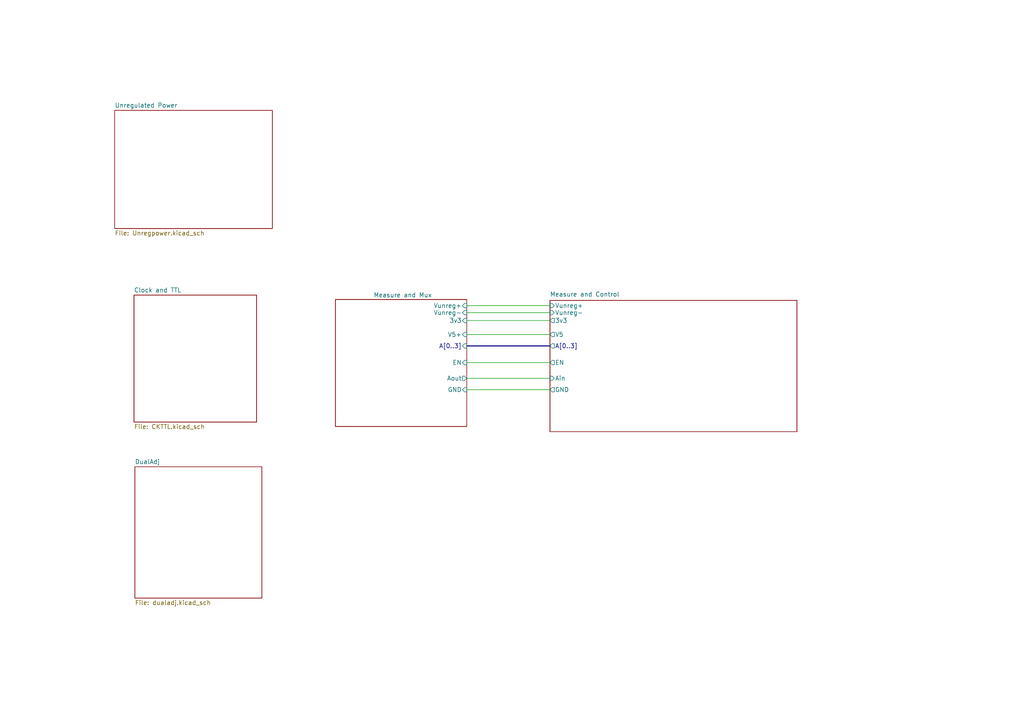
<source format=kicad_sch>
(kicad_sch (version 20211123) (generator eeschema)
  (paper "A4")
  (title_block (title "Mini Power Supply") (date "2022-09-24") (rev "1.2") (company "Beyond Lame"))
  (lib_symbols)
  (wire (pts (xy 135.382 105.156) (xy 159.512 105.156)))
  (wire (pts (xy 135.382 90.678) (xy 159.512 90.678)))
  (bus (pts (xy 135.382 100.33) (xy 159.512 100.33)))
  (wire (pts (xy 135.382 113.03) (xy 159.512 113.03)))
  (wire (pts (xy 135.382 92.964) (xy 159.512 92.964)))
  (wire (pts (xy 135.382 97.028) (xy 159.512 97.028)))
  (wire (pts (xy 135.382 88.646) (xy 159.512 88.646)))
  (wire (pts (xy 135.382 109.728) (xy 159.512 109.728)))
  (sheet (at 33.274 32.004) (size 45.72 34.29) (stroke (width 0.1524))
    (property "Sheet name" "Unregulated Power" (at 33.274 31.2924 0) (effects (justify left bottom)))
    (property "Sheet file" "Unregpower.kicad_sch" (at 33.274 66.8786 0) (effects (justify left top)))
  )
  (sheet (at 38.862 85.598) (size 35.56 36.83) (stroke (width 0.1524))
    (property "Sheet name" "Clock and TTL" (at 38.862 84.8864 0) (effects (justify left bottom)))
    (property "Sheet file" "CKTTL.kicad_sch" (at 38.862 123.0126 0) (effects (justify left top)))
  )
  (sheet (at 39.116 135.382) (size 36.83 38.1) (stroke (width 0.1524))
    (property "Sheet name" "DualAdj" (at 39.116 134.6704 0) (effects (justify left bottom)))
    (property "Sheet file" "dualadj.kicad_sch" (at 39.116 174.0666 0) (effects (justify left top)))
  )
  (sheet (at 159.512 87.122) (size 71.628 38.1) (stroke (width 0.1524))
    (property "Sheet name" "Measure and Control" (at 159.512 86.106 0) (effects (justify left bottom)))
    (property "Sheet file" "MAC.kicad_sch" (effects hide))
    (pin "Ain" input (at 159.512 109.728 180))
    (pin "V5" output (at 159.512 97.028 180))
    (pin "3v3" output (at 159.512 92.964 180))
    (pin "Vunreg+" input (at 159.512 88.646 180))
    (pin "Vunreg-" input (at 159.512 90.678 180))
    (pin "A[0..3]" output (at 159.512 100.33 180))
    (pin "EN" output (at 159.512 105.156 180))
    (pin "GND" output (at 159.512 113.03 180))
  )
  (sheet (at 97.282 86.868) (size 38.1 36.83) (stroke (width 0.1524))
    (property "Sheet name" " Measure and Mux" (at 116.332 84.836 0) (effects (justify top)))
    (property "Sheet file" "arduino.kicad_sch" (effects hide))
    (pin "Aout" output (at 135.382 109.728 0))
    (pin "A[0..3]" input (at 135.382 100.33 0))
    (pin "EN" input (at 135.382 105.156 0))
    (pin "V5+" input (at 135.382 97.028 0))
    (pin "GND" input (at 135.382 113.03 0))
    (pin "3v3" input (at 135.382 92.964 0))
    (pin "Vunreg-" input (at 135.382 90.678 0))
    (pin "Vunreg+" input (at 135.382 88.646 0))
  )
)
</source>
